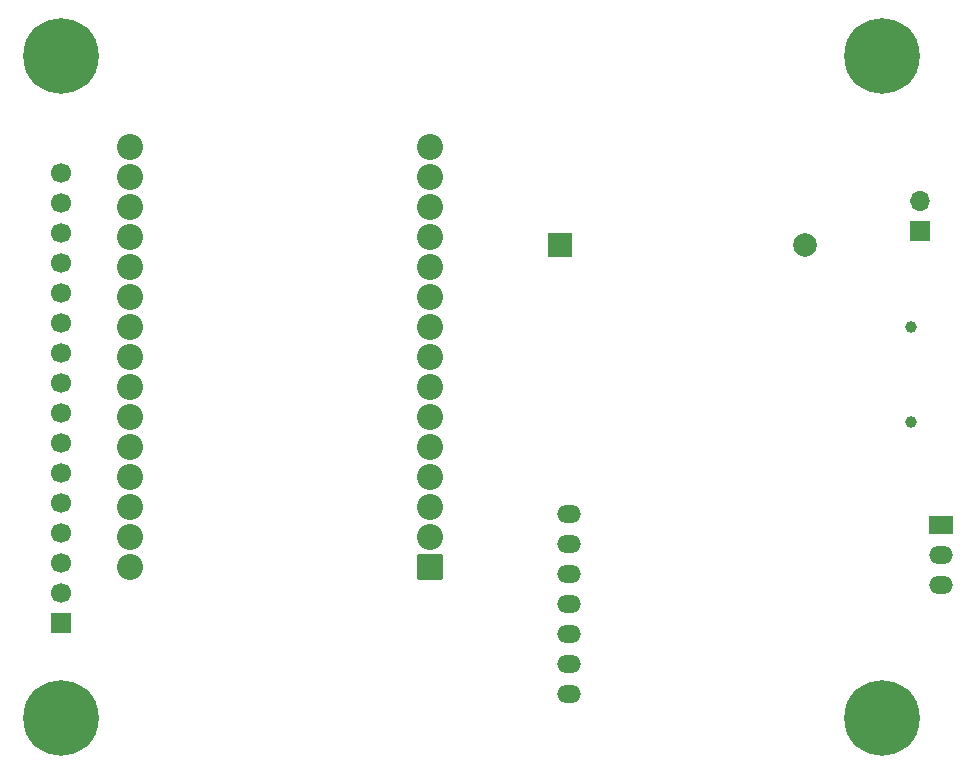
<source format=gbr>
%TF.GenerationSoftware,KiCad,Pcbnew,9.0.2*%
%TF.CreationDate,2025-06-04T00:32:52+07:00*%
%TF.ProjectId,Telemetry V.3 BM13 EVO Hy,54656c65-6d65-4747-9279-20562e332042,rev?*%
%TF.SameCoordinates,Original*%
%TF.FileFunction,Soldermask,Bot*%
%TF.FilePolarity,Negative*%
%FSLAX46Y46*%
G04 Gerber Fmt 4.6, Leading zero omitted, Abs format (unit mm)*
G04 Created by KiCad (PCBNEW 9.0.2) date 2025-06-04 00:32:52*
%MOMM*%
%LPD*%
G01*
G04 APERTURE LIST*
G04 Aperture macros list*
%AMRoundRect*
0 Rectangle with rounded corners*
0 $1 Rounding radius*
0 $2 $3 $4 $5 $6 $7 $8 $9 X,Y pos of 4 corners*
0 Add a 4 corners polygon primitive as box body*
4,1,4,$2,$3,$4,$5,$6,$7,$8,$9,$2,$3,0*
0 Add four circle primitives for the rounded corners*
1,1,$1+$1,$2,$3*
1,1,$1+$1,$4,$5*
1,1,$1+$1,$6,$7*
1,1,$1+$1,$8,$9*
0 Add four rect primitives between the rounded corners*
20,1,$1+$1,$2,$3,$4,$5,0*
20,1,$1+$1,$4,$5,$6,$7,0*
20,1,$1+$1,$6,$7,$8,$9,0*
20,1,$1+$1,$8,$9,$2,$3,0*%
G04 Aperture macros list end*
%ADD10C,0.800000*%
%ADD11C,6.400000*%
%ADD12C,1.000000*%
%ADD13RoundRect,0.102000X1.000000X1.000000X-1.000000X1.000000X-1.000000X-1.000000X1.000000X-1.000000X0*%
%ADD14C,2.204000*%
%ADD15O,2.000000X1.500000*%
%ADD16R,2.000000X1.500000*%
%ADD17R,1.700000X1.700000*%
%ADD18O,1.700000X1.700000*%
%ADD19C,1.700000*%
%ADD20R,2.000000X2.000000*%
%ADD21C,2.000000*%
G04 APERTURE END LIST*
D10*
%TO.C,REF\u002A\u002A*%
X54600000Y-52000000D03*
X55302944Y-50302944D03*
X55302944Y-53697056D03*
X57000000Y-49600000D03*
D11*
X57000000Y-52000000D03*
D10*
X57000000Y-54400000D03*
X58697056Y-50302944D03*
X58697056Y-53697056D03*
X59400000Y-52000000D03*
%TD*%
%TO.C,REF\u002A\u002A*%
X124100000Y-108000000D03*
X124802944Y-106302944D03*
X124802944Y-109697056D03*
X126500000Y-105600000D03*
D11*
X126500000Y-108000000D03*
D10*
X126500000Y-110400000D03*
X128197056Y-106302944D03*
X128197056Y-109697056D03*
X128900000Y-108000000D03*
%TD*%
D12*
%TO.C,J1*%
X129000000Y-82950000D03*
X129000000Y-74950000D03*
%TD*%
D10*
%TO.C,REF\u002A\u002A*%
X124100000Y-52000000D03*
X124802944Y-50302944D03*
X124802944Y-53697056D03*
X126500000Y-49600000D03*
D11*
X126500000Y-52000000D03*
D10*
X126500000Y-54400000D03*
X128197056Y-50302944D03*
X128197056Y-53697056D03*
X128900000Y-52000000D03*
%TD*%
D13*
%TO.C,U1*%
X88200000Y-95265000D03*
D14*
X88200000Y-92725000D03*
X88200000Y-90185000D03*
X88200000Y-87645000D03*
X88200000Y-85105000D03*
X88200000Y-82565000D03*
X88200000Y-80025000D03*
X88200000Y-77485000D03*
X88200000Y-74945000D03*
X88200000Y-72405000D03*
X88200000Y-69865000D03*
X88200000Y-67325000D03*
X88200000Y-64785000D03*
X88200000Y-62245000D03*
X88200000Y-59705000D03*
X62800000Y-59705000D03*
X62800000Y-62245000D03*
X62800000Y-64785000D03*
X62800000Y-67325000D03*
X62800000Y-69865000D03*
X62800000Y-72405000D03*
X62800000Y-74945000D03*
X62800000Y-77485000D03*
X62800000Y-80025000D03*
X62800000Y-82565000D03*
X62800000Y-85105000D03*
X62800000Y-87645000D03*
X62800000Y-90185000D03*
X62800000Y-92725000D03*
X62800000Y-95265000D03*
%TD*%
D10*
%TO.C,REF\u002A\u002A*%
X54600000Y-108000000D03*
X55302944Y-106302944D03*
X55302944Y-109697056D03*
X57000000Y-105600000D03*
D11*
X57000000Y-108000000D03*
D10*
X57000000Y-110400000D03*
X58697056Y-106302944D03*
X58697056Y-109697056D03*
X59400000Y-108000000D03*
%TD*%
D15*
%TO.C,LoraE220-900T22D1*%
X100000000Y-90750000D03*
X100000000Y-93290000D03*
X100000000Y-95830000D03*
X100000000Y-98370000D03*
X100000000Y-100910000D03*
X100000000Y-103450000D03*
X100000000Y-105990000D03*
X131500000Y-96750000D03*
X131500000Y-94210000D03*
D16*
X131500000Y-91670000D03*
%TD*%
D17*
%TO.C,J2*%
X129750000Y-66775000D03*
D18*
X129750000Y-64235000D03*
%TD*%
D17*
%TO.C,J4*%
X57000000Y-100000000D03*
D19*
X57000000Y-97460000D03*
X57000000Y-94920000D03*
X57000000Y-92380000D03*
X57000000Y-89840000D03*
X57000000Y-87300000D03*
X57000000Y-84760000D03*
X57000000Y-82220000D03*
X57000000Y-79680000D03*
X57000000Y-77140000D03*
X57000000Y-74600000D03*
X57000000Y-72060000D03*
X57000000Y-69520000D03*
X57000000Y-66980000D03*
X57000000Y-64440000D03*
X57000000Y-61900000D03*
%TD*%
D20*
%TO.C,BT1*%
X99210914Y-68000000D03*
D21*
X120010914Y-68000000D03*
%TD*%
M02*

</source>
